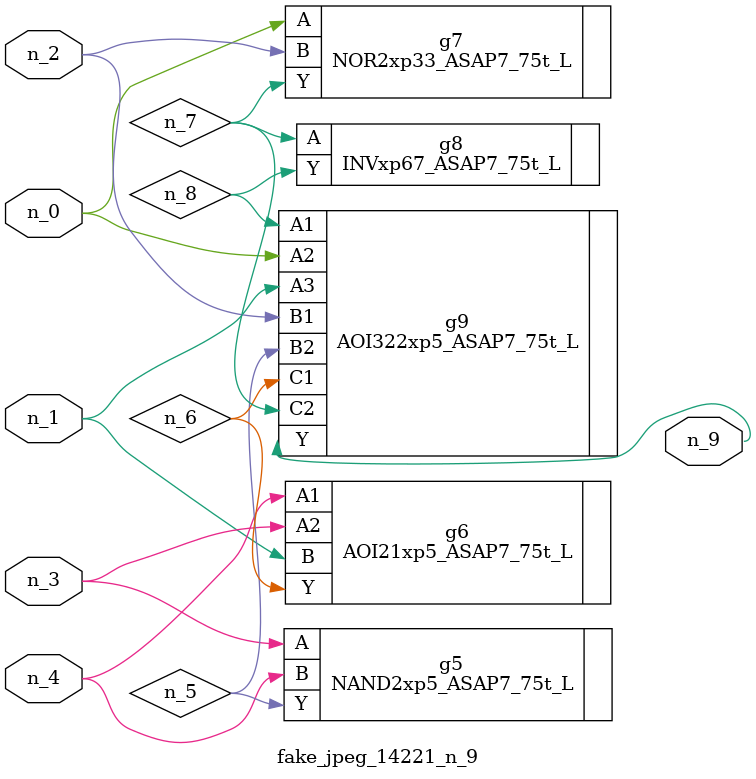
<source format=v>
module fake_jpeg_14221_n_9 (n_3, n_2, n_1, n_0, n_4, n_9);

input n_3;
input n_2;
input n_1;
input n_0;
input n_4;

output n_9;

wire n_8;
wire n_6;
wire n_5;
wire n_7;

NAND2xp5_ASAP7_75t_L g5 ( 
.A(n_3),
.B(n_4),
.Y(n_5)
);

AOI21xp5_ASAP7_75t_L g6 ( 
.A1(n_4),
.A2(n_3),
.B(n_1),
.Y(n_6)
);

NOR2xp33_ASAP7_75t_L g7 ( 
.A(n_0),
.B(n_2),
.Y(n_7)
);

INVxp67_ASAP7_75t_L g8 ( 
.A(n_7),
.Y(n_8)
);

AOI322xp5_ASAP7_75t_L g9 ( 
.A1(n_8),
.A2(n_0),
.A3(n_1),
.B1(n_2),
.B2(n_5),
.C1(n_6),
.C2(n_7),
.Y(n_9)
);


endmodule
</source>
